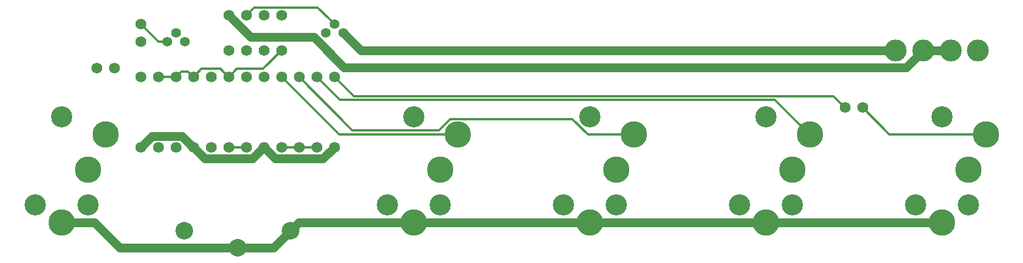
<source format=gbr>
G04 #@! TF.FileFunction,Copper,L2,Bot,Signal*
%FSLAX46Y46*%
G04 Gerber Fmt 4.6, Leading zero omitted, Abs format (unit mm)*
G04 Created by KiCad (PCBNEW (2016-02-24 BZR 6585, Git 0829446)-product) date 3/13/2016 10:01:12 PM*
%MOMM*%
G01*
G04 APERTURE LIST*
%ADD10C,0.100000*%
%ADD11C,1.574800*%
%ADD12C,3.810000*%
%ADD13C,3.048000*%
%ADD14C,3.175000*%
%ADD15C,2.540000*%
%ADD16C,1.397000*%
%ADD17C,0.304800*%
%ADD18C,1.270000*%
G04 APERTURE END LIST*
D10*
D11*
X130810000Y-110490000D03*
X130810000Y-100330000D03*
D12*
X101600000Y-121361200D03*
D13*
X105410000Y-118821200D03*
D12*
X105410000Y-113741200D03*
X107950000Y-108661200D03*
D13*
X101600000Y-106121200D03*
X97790000Y-118821200D03*
D12*
X177800000Y-121361200D03*
D13*
X181610000Y-118821200D03*
D12*
X181610000Y-113741200D03*
X184150000Y-108661200D03*
D13*
X177800000Y-106121200D03*
X173990000Y-118821200D03*
D12*
X203200000Y-121361200D03*
D13*
X207010000Y-118821200D03*
D12*
X207010000Y-113741200D03*
X209550000Y-108661200D03*
D13*
X203200000Y-106121200D03*
X199390000Y-118821200D03*
D12*
X152400000Y-121361200D03*
D13*
X156210000Y-118821200D03*
D12*
X156210000Y-113741200D03*
X158750000Y-108661200D03*
D13*
X152400000Y-106121200D03*
X148590000Y-118821200D03*
D12*
X228600000Y-121361200D03*
D13*
X232410000Y-118821200D03*
D12*
X232410000Y-113741200D03*
X234950000Y-108661200D03*
D13*
X228600000Y-106121200D03*
X224790000Y-118821200D03*
D14*
X221945200Y-96520000D03*
X225907600Y-96520000D03*
X229870000Y-96520000D03*
X233832400Y-96520000D03*
D11*
X115570000Y-110490000D03*
X115570000Y-100330000D03*
X133350000Y-100330000D03*
X133350000Y-110490000D03*
X135890000Y-100330000D03*
X135890000Y-110490000D03*
X138430000Y-100330000D03*
X138430000Y-110490000D03*
X118110000Y-110490000D03*
X118110000Y-100330000D03*
X120650000Y-100330000D03*
X120650000Y-110490000D03*
X125730000Y-100330000D03*
X125730000Y-110490000D03*
X123190000Y-110490000D03*
X123190000Y-100330000D03*
X113030000Y-100330000D03*
X113030000Y-110490000D03*
X128270000Y-110490000D03*
X128270000Y-100330000D03*
D15*
X127000000Y-125000000D03*
X119300000Y-122500000D03*
X134700000Y-122500000D03*
D11*
X140970000Y-100330000D03*
X140970000Y-110490000D03*
X214630000Y-104775000D03*
X217170000Y-104775000D03*
X113030000Y-92710000D03*
X113030000Y-95250000D03*
X109220000Y-99060000D03*
X106680000Y-99060000D03*
D16*
X116840000Y-95250000D03*
X118110000Y-93980000D03*
X119380000Y-95250000D03*
X139700000Y-93980000D03*
X140970000Y-92710000D03*
X142240000Y-93980000D03*
D11*
X125730000Y-96520000D03*
X125730000Y-91440000D03*
X128270000Y-96520000D03*
X128270000Y-91440000D03*
X130810000Y-96520000D03*
X130810000Y-91440000D03*
X133350000Y-96520000D03*
X133350000Y-91440000D03*
D17*
X115570000Y-100330000D02*
X118110000Y-100330000D01*
X133350000Y-96520000D02*
X130683001Y-99186999D01*
X130683001Y-99186999D02*
X126873001Y-99186999D01*
X126873001Y-99186999D02*
X126517399Y-99542601D01*
X126517399Y-99542601D02*
X125730000Y-100330000D01*
X120650000Y-100330000D02*
X121793001Y-99186999D01*
X121793001Y-99186999D02*
X124586999Y-99186999D01*
X124586999Y-99186999D02*
X124942601Y-99542601D01*
X124942601Y-99542601D02*
X125730000Y-100330000D01*
X120650000Y-100330000D02*
X119862601Y-99542601D01*
X118897399Y-99542601D02*
X118110000Y-100330000D01*
X119862601Y-99542601D02*
X118897399Y-99542601D01*
X135890000Y-110490000D02*
X133350000Y-110490000D01*
X138430000Y-110490000D02*
X135890000Y-110490000D01*
X128270000Y-110490000D02*
X125730000Y-110490000D01*
D18*
X125730000Y-91440000D02*
X128905000Y-94615000D01*
X128905000Y-94615000D02*
X138060682Y-94615000D01*
X138060682Y-94615000D02*
X142391383Y-98945701D01*
X142391383Y-98945701D02*
X223481899Y-98945701D01*
X223481899Y-98945701D02*
X224320101Y-98107499D01*
X224320101Y-98107499D02*
X225907600Y-96520000D01*
X120650000Y-110490000D02*
X122275601Y-112115601D01*
X122275601Y-112115601D02*
X129184399Y-112115601D01*
X129184399Y-112115601D02*
X130022601Y-111277399D01*
X130022601Y-111277399D02*
X130810000Y-110490000D01*
X113030000Y-110490000D02*
X114655601Y-108864399D01*
X114655601Y-108864399D02*
X119024399Y-108864399D01*
X119024399Y-108864399D02*
X119862601Y-109702601D01*
X119862601Y-109702601D02*
X120650000Y-110490000D01*
X140970000Y-110490000D02*
X139344399Y-112115601D01*
X131597399Y-111277399D02*
X130810000Y-110490000D01*
X139344399Y-112115601D02*
X132435601Y-112115601D01*
X132435601Y-112115601D02*
X131597399Y-111277399D01*
X152400000Y-121361200D02*
X135838800Y-121361200D01*
X135838800Y-121361200D02*
X134700000Y-122500000D01*
X101600000Y-121361200D02*
X106366058Y-121361200D01*
X106366058Y-121361200D02*
X110004858Y-125000000D01*
X110004858Y-125000000D02*
X125203949Y-125000000D01*
X125203949Y-125000000D02*
X127000000Y-125000000D01*
X127000000Y-125000000D02*
X132200000Y-125000000D01*
X132200000Y-125000000D02*
X134700000Y-122500000D01*
X177800000Y-121361200D02*
X175105924Y-121361200D01*
X175105924Y-121361200D02*
X152400000Y-121361200D01*
X203200000Y-121361200D02*
X200505924Y-121361200D01*
X200505924Y-121361200D02*
X177800000Y-121361200D01*
X228600000Y-121361200D02*
X203200000Y-121361200D01*
X229870000Y-96520000D02*
X225907600Y-96520000D01*
D17*
X113030000Y-92710000D02*
X115570000Y-95250000D01*
X115570000Y-95250000D02*
X116840000Y-95250000D01*
X128270000Y-91440000D02*
X129387601Y-90322399D01*
X129387601Y-90322399D02*
X138582399Y-90322399D01*
X138582399Y-90322399D02*
X140208001Y-91948001D01*
X140208001Y-91948001D02*
X140970000Y-92710000D01*
X234950000Y-108661200D02*
X221056200Y-108661200D01*
X221056200Y-108661200D02*
X217170000Y-104775000D01*
X140970000Y-100330000D02*
X143763989Y-103123989D01*
X143763989Y-103123989D02*
X212978989Y-103123989D01*
X212978989Y-103123989D02*
X213842601Y-103987601D01*
X213842601Y-103987601D02*
X214630000Y-104775000D01*
X135890000Y-100330000D02*
X143560801Y-108000801D01*
X143560801Y-108000801D02*
X156064709Y-108000801D01*
X177558190Y-108661200D02*
X181455924Y-108661200D01*
X156064709Y-108000801D02*
X157664911Y-106400599D01*
X157664911Y-106400599D02*
X175297589Y-106400599D01*
X175297589Y-106400599D02*
X177558190Y-108661200D01*
X181455924Y-108661200D02*
X184150000Y-108661200D01*
X138430000Y-100330000D02*
X141731999Y-103631999D01*
X141731999Y-103631999D02*
X204520799Y-103631999D01*
X207645001Y-106756201D02*
X209550000Y-108661200D01*
X204520799Y-103631999D02*
X207645001Y-106756201D01*
X133350000Y-100330000D02*
X141681200Y-108661200D01*
X141681200Y-108661200D02*
X158750000Y-108661200D01*
D18*
X221945200Y-96520000D02*
X144780000Y-96520000D01*
X144780000Y-96520000D02*
X142240000Y-93980000D01*
M02*

</source>
